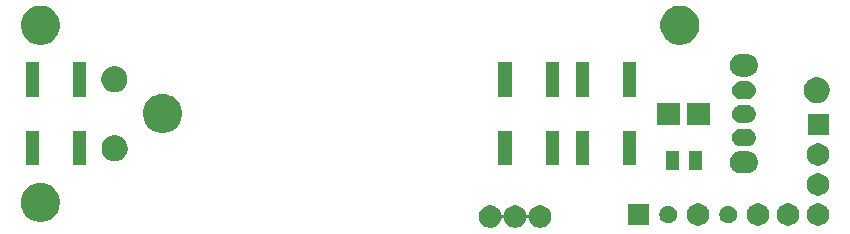
<source format=gbr>
G04 #@! TF.GenerationSoftware,KiCad,Pcbnew,5.1.0-unknown-ff73f69~82~ubuntu18.04.1*
G04 #@! TF.CreationDate,2019-03-26T22:56:15+01:00*
G04 #@! TF.ProjectId,ATI DNA-C PCB Smart PWM v3,41544920-444e-4412-9d43-205043422053,rev?*
G04 #@! TF.SameCoordinates,Original*
G04 #@! TF.FileFunction,Soldermask,Top*
G04 #@! TF.FilePolarity,Negative*
%FSLAX46Y46*%
G04 Gerber Fmt 4.6, Leading zero omitted, Abs format (unit mm)*
G04 Created by KiCad (PCBNEW 5.1.0-unknown-ff73f69~82~ubuntu18.04.1) date 2019-03-26 22:56:15*
%MOMM*%
%LPD*%
G04 APERTURE LIST*
%ADD10C,0.100000*%
G04 APERTURE END LIST*
D10*
G36*
X176480000Y-97388000D02*
G01*
X176362000Y-97397000D01*
X176248000Y-97425000D01*
X176139000Y-97470000D01*
X176038000Y-97532000D01*
X175948000Y-97608000D01*
X175872000Y-97698000D01*
X175810000Y-97799000D01*
X175765000Y-97908000D01*
X175737000Y-98022000D01*
X175728000Y-98140000D01*
X175737000Y-98258000D01*
X175765000Y-98372000D01*
X175810000Y-98481000D01*
X175872000Y-98582000D01*
X175948000Y-98672000D01*
X176038000Y-98748000D01*
X176139000Y-98810000D01*
X176248000Y-98855000D01*
X176362000Y-98883000D01*
X176480000Y-98892000D01*
X176980000Y-98892000D01*
X177098000Y-98883000D01*
X177212000Y-98855000D01*
X177321000Y-98810000D01*
X177422000Y-98748000D01*
X177512000Y-98672000D01*
X177588000Y-98582000D01*
X177650000Y-98481000D01*
X177695000Y-98372000D01*
X177723000Y-98258000D01*
X177732000Y-98140000D01*
X177723000Y-98022000D01*
X177695000Y-97908000D01*
X177650000Y-97799000D01*
X177588000Y-97698000D01*
X177512000Y-97608000D01*
X177422000Y-97532000D01*
X177321000Y-97470000D01*
X177212000Y-97425000D01*
X177098000Y-97397000D01*
X176980000Y-97388000D01*
X176480000Y-97388000D01*
G37*
G36*
X176480000Y-99388000D02*
G01*
X176362000Y-99397000D01*
X176248000Y-99425000D01*
X176139000Y-99470000D01*
X176038000Y-99532000D01*
X175948000Y-99608000D01*
X175872000Y-99698000D01*
X175810000Y-99799000D01*
X175765000Y-99908000D01*
X175737000Y-100022000D01*
X175728000Y-100140000D01*
X175737000Y-100258000D01*
X175765000Y-100372000D01*
X175810000Y-100481000D01*
X175872000Y-100582000D01*
X175948000Y-100672000D01*
X176038000Y-100748000D01*
X176139000Y-100810000D01*
X176248000Y-100855000D01*
X176362000Y-100883000D01*
X176480000Y-100892000D01*
X176980000Y-100892000D01*
X177098000Y-100883000D01*
X177212000Y-100855000D01*
X177321000Y-100810000D01*
X177422000Y-100748000D01*
X177512000Y-100672000D01*
X177588000Y-100582000D01*
X177650000Y-100481000D01*
X177695000Y-100372000D01*
X177723000Y-100258000D01*
X177732000Y-100140000D01*
X177723000Y-100022000D01*
X177695000Y-99908000D01*
X177650000Y-99799000D01*
X177588000Y-99698000D01*
X177512000Y-99608000D01*
X177422000Y-99532000D01*
X177321000Y-99470000D01*
X177212000Y-99425000D01*
X177098000Y-99397000D01*
X176980000Y-99388000D01*
X176480000Y-99388000D01*
G37*
G36*
X176480000Y-101388000D02*
G01*
X176362000Y-101397000D01*
X176248000Y-101425000D01*
X176139000Y-101470000D01*
X176038000Y-101532000D01*
X175948000Y-101608000D01*
X175872000Y-101698000D01*
X175810000Y-101799000D01*
X175765000Y-101908000D01*
X175737000Y-102022000D01*
X175728000Y-102140000D01*
X175737000Y-102258000D01*
X175765000Y-102372000D01*
X175810000Y-102481000D01*
X175872000Y-102582000D01*
X175948000Y-102672000D01*
X176038000Y-102748000D01*
X176139000Y-102810000D01*
X176248000Y-102855000D01*
X176362000Y-102883000D01*
X176480000Y-102892000D01*
X176980000Y-102892000D01*
X177098000Y-102883000D01*
X177212000Y-102855000D01*
X177321000Y-102810000D01*
X177422000Y-102748000D01*
X177512000Y-102672000D01*
X177588000Y-102582000D01*
X177650000Y-102481000D01*
X177695000Y-102372000D01*
X177723000Y-102258000D01*
X177732000Y-102140000D01*
X177723000Y-102022000D01*
X177695000Y-101908000D01*
X177650000Y-101799000D01*
X177588000Y-101698000D01*
X177512000Y-101608000D01*
X177422000Y-101532000D01*
X177321000Y-101470000D01*
X177212000Y-101425000D01*
X177098000Y-101397000D01*
X176980000Y-101388000D01*
X176480000Y-101388000D01*
G37*
G36*
X176480000Y-95088000D02*
G01*
X176331000Y-95100000D01*
X176186000Y-95135000D01*
X176048000Y-95192000D01*
X175920000Y-95270000D01*
X175807000Y-95367000D01*
X175710000Y-95480000D01*
X175632000Y-95608000D01*
X175575000Y-95746000D01*
X175540000Y-95891000D01*
X175528000Y-96040000D01*
X175540000Y-96189000D01*
X175575000Y-96334000D01*
X175632000Y-96472000D01*
X175710000Y-96600000D01*
X175807000Y-96713000D01*
X175920000Y-96810000D01*
X176048000Y-96888000D01*
X176186000Y-96945000D01*
X176331000Y-96980000D01*
X176480000Y-96992000D01*
X176980000Y-96992000D01*
X177129000Y-96980000D01*
X177274000Y-96945000D01*
X177412000Y-96888000D01*
X177540000Y-96810000D01*
X177653000Y-96713000D01*
X177750000Y-96600000D01*
X177828000Y-96472000D01*
X177885000Y-96334000D01*
X177920000Y-96189000D01*
X177932000Y-96040000D01*
X177920000Y-95891000D01*
X177885000Y-95746000D01*
X177828000Y-95608000D01*
X177750000Y-95480000D01*
X177653000Y-95367000D01*
X177540000Y-95270000D01*
X177412000Y-95192000D01*
X177274000Y-95135000D01*
X177129000Y-95100000D01*
X176980000Y-95088000D01*
X176480000Y-95088000D01*
G37*
G36*
X176480000Y-103288000D02*
G01*
X176331000Y-103300000D01*
X176186000Y-103335000D01*
X176048000Y-103392000D01*
X175920000Y-103470000D01*
X175807000Y-103567000D01*
X175710000Y-103680000D01*
X175632000Y-103808000D01*
X175575000Y-103946000D01*
X175540000Y-104091000D01*
X175528000Y-104240000D01*
X175540000Y-104389000D01*
X175575000Y-104534000D01*
X175632000Y-104672000D01*
X175710000Y-104800000D01*
X175807000Y-104913000D01*
X175920000Y-105010000D01*
X176048000Y-105088000D01*
X176186000Y-105145000D01*
X176331000Y-105180000D01*
X176480000Y-105192000D01*
X176980000Y-105192000D01*
X177129000Y-105180000D01*
X177274000Y-105145000D01*
X177412000Y-105088000D01*
X177540000Y-105010000D01*
X177653000Y-104913000D01*
X177750000Y-104800000D01*
X177828000Y-104672000D01*
X177885000Y-104534000D01*
X177920000Y-104389000D01*
X177932000Y-104240000D01*
X177920000Y-104091000D01*
X177885000Y-103946000D01*
X177828000Y-103808000D01*
X177750000Y-103680000D01*
X177653000Y-103567000D01*
X177540000Y-103470000D01*
X177412000Y-103392000D01*
X177274000Y-103335000D01*
X177129000Y-103300000D01*
X176980000Y-103288000D01*
X176480000Y-103288000D01*
G37*
G36*
X155539570Y-107928969D02*
G01*
X155712753Y-108000704D01*
X155868607Y-108104842D01*
X156001158Y-108237393D01*
X156105296Y-108393247D01*
X156177031Y-108566430D01*
X156189403Y-108628628D01*
X156196516Y-108652077D01*
X156208067Y-108673688D01*
X156223612Y-108692630D01*
X156242554Y-108708175D01*
X156264165Y-108719726D01*
X156287614Y-108726839D01*
X156312000Y-108729241D01*
X156336386Y-108726839D01*
X156359835Y-108719726D01*
X156381446Y-108708175D01*
X156400388Y-108692630D01*
X156415933Y-108673688D01*
X156427484Y-108652077D01*
X156434597Y-108628628D01*
X156446969Y-108566430D01*
X156518704Y-108393247D01*
X156622842Y-108237393D01*
X156755393Y-108104842D01*
X156911247Y-108000704D01*
X157084430Y-107928969D01*
X157268274Y-107892400D01*
X157455726Y-107892400D01*
X157639570Y-107928969D01*
X157812753Y-108000704D01*
X157968607Y-108104842D01*
X158101158Y-108237393D01*
X158205296Y-108393247D01*
X158277031Y-108566430D01*
X158289403Y-108628628D01*
X158296516Y-108652077D01*
X158308067Y-108673688D01*
X158323612Y-108692630D01*
X158342554Y-108708175D01*
X158364165Y-108719726D01*
X158387614Y-108726839D01*
X158412000Y-108729241D01*
X158436386Y-108726839D01*
X158459835Y-108719726D01*
X158481446Y-108708175D01*
X158500388Y-108692630D01*
X158515933Y-108673688D01*
X158527484Y-108652077D01*
X158534597Y-108628628D01*
X158546969Y-108566430D01*
X158618704Y-108393247D01*
X158722842Y-108237393D01*
X158855393Y-108104842D01*
X159011247Y-108000704D01*
X159184430Y-107928969D01*
X159368274Y-107892400D01*
X159555726Y-107892400D01*
X159739570Y-107928969D01*
X159912753Y-108000704D01*
X160068607Y-108104842D01*
X160201158Y-108237393D01*
X160305296Y-108393247D01*
X160377031Y-108566430D01*
X160413600Y-108750274D01*
X160413600Y-108937726D01*
X160377031Y-109121570D01*
X160305296Y-109294753D01*
X160201158Y-109450607D01*
X160068607Y-109583158D01*
X159912753Y-109687296D01*
X159739570Y-109759031D01*
X159555726Y-109795600D01*
X159368274Y-109795600D01*
X159184430Y-109759031D01*
X159011247Y-109687296D01*
X158855393Y-109583158D01*
X158722842Y-109450607D01*
X158618704Y-109294753D01*
X158546969Y-109121570D01*
X158534597Y-109059372D01*
X158527484Y-109035923D01*
X158515933Y-109014312D01*
X158500388Y-108995370D01*
X158481446Y-108979825D01*
X158459835Y-108968274D01*
X158436386Y-108961161D01*
X158412000Y-108958759D01*
X158387614Y-108961161D01*
X158364165Y-108968274D01*
X158342554Y-108979825D01*
X158323612Y-108995370D01*
X158308067Y-109014312D01*
X158296516Y-109035923D01*
X158289403Y-109059372D01*
X158277031Y-109121570D01*
X158205296Y-109294753D01*
X158101158Y-109450607D01*
X157968607Y-109583158D01*
X157812753Y-109687296D01*
X157639570Y-109759031D01*
X157455726Y-109795600D01*
X157268274Y-109795600D01*
X157084430Y-109759031D01*
X156911247Y-109687296D01*
X156755393Y-109583158D01*
X156622842Y-109450607D01*
X156518704Y-109294753D01*
X156446969Y-109121570D01*
X156434597Y-109059372D01*
X156427484Y-109035923D01*
X156415933Y-109014312D01*
X156400388Y-108995370D01*
X156381446Y-108979825D01*
X156359835Y-108968274D01*
X156336386Y-108961161D01*
X156312000Y-108958759D01*
X156287614Y-108961161D01*
X156264165Y-108968274D01*
X156242554Y-108979825D01*
X156223612Y-108995370D01*
X156208067Y-109014312D01*
X156196516Y-109035923D01*
X156189403Y-109059372D01*
X156177031Y-109121570D01*
X156105296Y-109294753D01*
X156001158Y-109450607D01*
X155868607Y-109583158D01*
X155712753Y-109687296D01*
X155539570Y-109759031D01*
X155355726Y-109795600D01*
X155168274Y-109795600D01*
X154984430Y-109759031D01*
X154811247Y-109687296D01*
X154655393Y-109583158D01*
X154522842Y-109450607D01*
X154418704Y-109294753D01*
X154346969Y-109121570D01*
X154310400Y-108937726D01*
X154310400Y-108750274D01*
X154346969Y-108566430D01*
X154418704Y-108393247D01*
X154522842Y-108237393D01*
X154655393Y-108104842D01*
X154811247Y-108000704D01*
X154984430Y-107928969D01*
X155168274Y-107892400D01*
X155355726Y-107892400D01*
X155539570Y-107928969D01*
X155539570Y-107928969D01*
G37*
G36*
X183300395Y-107753546D02*
G01*
X183473466Y-107825234D01*
X183473467Y-107825235D01*
X183629227Y-107929310D01*
X183761690Y-108061773D01*
X183790469Y-108104844D01*
X183865766Y-108217534D01*
X183937454Y-108390605D01*
X183974000Y-108574333D01*
X183974000Y-108761667D01*
X183937454Y-108945395D01*
X183865766Y-109118466D01*
X183846877Y-109146735D01*
X183761690Y-109274227D01*
X183629227Y-109406690D01*
X183563500Y-109450607D01*
X183473466Y-109510766D01*
X183300395Y-109582454D01*
X183116667Y-109619000D01*
X182929333Y-109619000D01*
X182745605Y-109582454D01*
X182572534Y-109510766D01*
X182482500Y-109450607D01*
X182416773Y-109406690D01*
X182284310Y-109274227D01*
X182199123Y-109146735D01*
X182180234Y-109118466D01*
X182108546Y-108945395D01*
X182072000Y-108761667D01*
X182072000Y-108574333D01*
X182108546Y-108390605D01*
X182180234Y-108217534D01*
X182255531Y-108104844D01*
X182284310Y-108061773D01*
X182416773Y-107929310D01*
X182572533Y-107825235D01*
X182572534Y-107825234D01*
X182745605Y-107753546D01*
X182929333Y-107717000D01*
X183116667Y-107717000D01*
X183300395Y-107753546D01*
X183300395Y-107753546D01*
G37*
G36*
X178220395Y-107753546D02*
G01*
X178393466Y-107825234D01*
X178393467Y-107825235D01*
X178549227Y-107929310D01*
X178681690Y-108061773D01*
X178710469Y-108104844D01*
X178785766Y-108217534D01*
X178857454Y-108390605D01*
X178894000Y-108574333D01*
X178894000Y-108761667D01*
X178857454Y-108945395D01*
X178785766Y-109118466D01*
X178766877Y-109146735D01*
X178681690Y-109274227D01*
X178549227Y-109406690D01*
X178483500Y-109450607D01*
X178393466Y-109510766D01*
X178220395Y-109582454D01*
X178036667Y-109619000D01*
X177849333Y-109619000D01*
X177665605Y-109582454D01*
X177492534Y-109510766D01*
X177402500Y-109450607D01*
X177336773Y-109406690D01*
X177204310Y-109274227D01*
X177119123Y-109146735D01*
X177100234Y-109118466D01*
X177028546Y-108945395D01*
X176992000Y-108761667D01*
X176992000Y-108574333D01*
X177028546Y-108390605D01*
X177100234Y-108217534D01*
X177175531Y-108104844D01*
X177204310Y-108061773D01*
X177336773Y-107929310D01*
X177492533Y-107825235D01*
X177492534Y-107825234D01*
X177665605Y-107753546D01*
X177849333Y-107717000D01*
X178036667Y-107717000D01*
X178220395Y-107753546D01*
X178220395Y-107753546D01*
G37*
G36*
X180760395Y-107753546D02*
G01*
X180933466Y-107825234D01*
X180933467Y-107825235D01*
X181089227Y-107929310D01*
X181221690Y-108061773D01*
X181250469Y-108104844D01*
X181325766Y-108217534D01*
X181397454Y-108390605D01*
X181434000Y-108574333D01*
X181434000Y-108761667D01*
X181397454Y-108945395D01*
X181325766Y-109118466D01*
X181306877Y-109146735D01*
X181221690Y-109274227D01*
X181089227Y-109406690D01*
X181023500Y-109450607D01*
X180933466Y-109510766D01*
X180760395Y-109582454D01*
X180576667Y-109619000D01*
X180389333Y-109619000D01*
X180205605Y-109582454D01*
X180032534Y-109510766D01*
X179942500Y-109450607D01*
X179876773Y-109406690D01*
X179744310Y-109274227D01*
X179659123Y-109146735D01*
X179640234Y-109118466D01*
X179568546Y-108945395D01*
X179532000Y-108761667D01*
X179532000Y-108574333D01*
X179568546Y-108390605D01*
X179640234Y-108217534D01*
X179715531Y-108104844D01*
X179744310Y-108061773D01*
X179876773Y-107929310D01*
X180032533Y-107825235D01*
X180032534Y-107825234D01*
X180205605Y-107753546D01*
X180389333Y-107717000D01*
X180576667Y-107717000D01*
X180760395Y-107753546D01*
X180760395Y-107753546D01*
G37*
G36*
X173140395Y-107753546D02*
G01*
X173313466Y-107825234D01*
X173313467Y-107825235D01*
X173469227Y-107929310D01*
X173601690Y-108061773D01*
X173630469Y-108104844D01*
X173705766Y-108217534D01*
X173777454Y-108390605D01*
X173814000Y-108574333D01*
X173814000Y-108761667D01*
X173777454Y-108945395D01*
X173705766Y-109118466D01*
X173686877Y-109146735D01*
X173601690Y-109274227D01*
X173469227Y-109406690D01*
X173403500Y-109450607D01*
X173313466Y-109510766D01*
X173140395Y-109582454D01*
X172956667Y-109619000D01*
X172769333Y-109619000D01*
X172585605Y-109582454D01*
X172412534Y-109510766D01*
X172322500Y-109450607D01*
X172256773Y-109406690D01*
X172124310Y-109274227D01*
X172039123Y-109146735D01*
X172020234Y-109118466D01*
X171948546Y-108945395D01*
X171912000Y-108761667D01*
X171912000Y-108574333D01*
X171948546Y-108390605D01*
X172020234Y-108217534D01*
X172095531Y-108104844D01*
X172124310Y-108061773D01*
X172256773Y-107929310D01*
X172412533Y-107825235D01*
X172412534Y-107825234D01*
X172585605Y-107753546D01*
X172769333Y-107717000D01*
X172956667Y-107717000D01*
X173140395Y-107753546D01*
X173140395Y-107753546D01*
G37*
G36*
X168684000Y-109569000D02*
G01*
X166882000Y-109569000D01*
X166882000Y-107767000D01*
X168684000Y-107767000D01*
X168684000Y-109569000D01*
X168684000Y-109569000D01*
G37*
G36*
X175622059Y-107945860D02*
G01*
X175754462Y-108000703D01*
X175758732Y-108002472D01*
X175881735Y-108084660D01*
X175986340Y-108189265D01*
X176068528Y-108312268D01*
X176125140Y-108448941D01*
X176154000Y-108594033D01*
X176154000Y-108741967D01*
X176125140Y-108887059D01*
X176068528Y-109023732D01*
X175986340Y-109146735D01*
X175881735Y-109251340D01*
X175758732Y-109333528D01*
X175758731Y-109333529D01*
X175758730Y-109333529D01*
X175622059Y-109390140D01*
X175476968Y-109419000D01*
X175329032Y-109419000D01*
X175183941Y-109390140D01*
X175047270Y-109333529D01*
X175047269Y-109333529D01*
X175047268Y-109333528D01*
X174924265Y-109251340D01*
X174819660Y-109146735D01*
X174737472Y-109023732D01*
X174680860Y-108887059D01*
X174652000Y-108741967D01*
X174652000Y-108594033D01*
X174680860Y-108448941D01*
X174737472Y-108312268D01*
X174819660Y-108189265D01*
X174924265Y-108084660D01*
X175047268Y-108002472D01*
X175051539Y-108000703D01*
X175183941Y-107945860D01*
X175329032Y-107917000D01*
X175476968Y-107917000D01*
X175622059Y-107945860D01*
X175622059Y-107945860D01*
G37*
G36*
X170542059Y-107945860D02*
G01*
X170674462Y-108000703D01*
X170678732Y-108002472D01*
X170801735Y-108084660D01*
X170906340Y-108189265D01*
X170988528Y-108312268D01*
X171045140Y-108448941D01*
X171074000Y-108594033D01*
X171074000Y-108741967D01*
X171045140Y-108887059D01*
X170988528Y-109023732D01*
X170906340Y-109146735D01*
X170801735Y-109251340D01*
X170678732Y-109333528D01*
X170678731Y-109333529D01*
X170678730Y-109333529D01*
X170542059Y-109390140D01*
X170396968Y-109419000D01*
X170249032Y-109419000D01*
X170103941Y-109390140D01*
X169967270Y-109333529D01*
X169967269Y-109333529D01*
X169967268Y-109333528D01*
X169844265Y-109251340D01*
X169739660Y-109146735D01*
X169657472Y-109023732D01*
X169600860Y-108887059D01*
X169572000Y-108741967D01*
X169572000Y-108594033D01*
X169600860Y-108448941D01*
X169657472Y-108312268D01*
X169739660Y-108189265D01*
X169844265Y-108084660D01*
X169967268Y-108002472D01*
X169971539Y-108000703D01*
X170103941Y-107945860D01*
X170249032Y-107917000D01*
X170396968Y-107917000D01*
X170542059Y-107945860D01*
X170542059Y-107945860D01*
G37*
G36*
X117539404Y-106034333D02*
G01*
X117650579Y-106056447D01*
X117951042Y-106180903D01*
X118221451Y-106361585D01*
X118451415Y-106591549D01*
X118632097Y-106861958D01*
X118632098Y-106861960D01*
X118668550Y-106949963D01*
X118706861Y-107042453D01*
X118756553Y-107162422D01*
X118820000Y-107481389D01*
X118820000Y-107806611D01*
X118777702Y-108019256D01*
X118756553Y-108125579D01*
X118632097Y-108426042D01*
X118451415Y-108696451D01*
X118221451Y-108926415D01*
X117951042Y-109107097D01*
X117951041Y-109107098D01*
X117951040Y-109107098D01*
X117916101Y-109121570D01*
X117650579Y-109231553D01*
X117551103Y-109251340D01*
X117331611Y-109295000D01*
X117006389Y-109295000D01*
X116786897Y-109251340D01*
X116687421Y-109231553D01*
X116421899Y-109121570D01*
X116386960Y-109107098D01*
X116386959Y-109107098D01*
X116386958Y-109107097D01*
X116116549Y-108926415D01*
X115886585Y-108696451D01*
X115705903Y-108426042D01*
X115581447Y-108125579D01*
X115560298Y-108019256D01*
X115518000Y-107806611D01*
X115518000Y-107481389D01*
X115581447Y-107162422D01*
X115631140Y-107042453D01*
X115669450Y-106949963D01*
X115705902Y-106861960D01*
X115705903Y-106861958D01*
X115886585Y-106591549D01*
X116116549Y-106361585D01*
X116386958Y-106180903D01*
X116687421Y-106056447D01*
X116798596Y-106034333D01*
X117006389Y-105993000D01*
X117331611Y-105993000D01*
X117539404Y-106034333D01*
X117539404Y-106034333D01*
G37*
G36*
X183300395Y-105213546D02*
G01*
X183473466Y-105285234D01*
X183473467Y-105285235D01*
X183629227Y-105389310D01*
X183761690Y-105521773D01*
X183761691Y-105521775D01*
X183865766Y-105677534D01*
X183937454Y-105850605D01*
X183974000Y-106034333D01*
X183974000Y-106221667D01*
X183937454Y-106405395D01*
X183865766Y-106578466D01*
X183865765Y-106578467D01*
X183761690Y-106734227D01*
X183629227Y-106866690D01*
X183550818Y-106919081D01*
X183473466Y-106970766D01*
X183300395Y-107042454D01*
X183116667Y-107079000D01*
X182929333Y-107079000D01*
X182745605Y-107042454D01*
X182572534Y-106970766D01*
X182495182Y-106919081D01*
X182416773Y-106866690D01*
X182284310Y-106734227D01*
X182180235Y-106578467D01*
X182180234Y-106578466D01*
X182108546Y-106405395D01*
X182072000Y-106221667D01*
X182072000Y-106034333D01*
X182108546Y-105850605D01*
X182180234Y-105677534D01*
X182284309Y-105521775D01*
X182284310Y-105521773D01*
X182416773Y-105389310D01*
X182572533Y-105285235D01*
X182572534Y-105285234D01*
X182745605Y-105213546D01*
X182929333Y-105177000D01*
X183116667Y-105177000D01*
X183300395Y-105213546D01*
X183300395Y-105213546D01*
G37*
G36*
X177007570Y-103324969D02*
G01*
X177180753Y-103396704D01*
X177336607Y-103500842D01*
X177469158Y-103633393D01*
X177573296Y-103789247D01*
X177645031Y-103962430D01*
X177681600Y-104146274D01*
X177681600Y-104333726D01*
X177645031Y-104517570D01*
X177573296Y-104690753D01*
X177469158Y-104846607D01*
X177336607Y-104979158D01*
X177180753Y-105083296D01*
X177007570Y-105155031D01*
X176823726Y-105191600D01*
X176636274Y-105191600D01*
X176452430Y-105155031D01*
X176279247Y-105083296D01*
X176123393Y-104979158D01*
X175990842Y-104846607D01*
X175886704Y-104690753D01*
X175814969Y-104517570D01*
X175778400Y-104333726D01*
X175778400Y-104146274D01*
X175814969Y-103962430D01*
X175886704Y-103789247D01*
X175990842Y-103633393D01*
X176123393Y-103500842D01*
X176279247Y-103396704D01*
X176452430Y-103324969D01*
X176636274Y-103288400D01*
X176823726Y-103288400D01*
X177007570Y-103324969D01*
X177007570Y-103324969D01*
G37*
G36*
X173150000Y-104912000D02*
G01*
X172078000Y-104912000D01*
X172078000Y-103310000D01*
X173150000Y-103310000D01*
X173150000Y-104912000D01*
X173150000Y-104912000D01*
G37*
G36*
X171240000Y-104912000D02*
G01*
X170168000Y-104912000D01*
X170168000Y-103310000D01*
X171240000Y-103310000D01*
X171240000Y-104912000D01*
X171240000Y-104912000D01*
G37*
G36*
X183300395Y-102673546D02*
G01*
X183473466Y-102745234D01*
X183473467Y-102745235D01*
X183629227Y-102849310D01*
X183761690Y-102981773D01*
X183761691Y-102981775D01*
X183865766Y-103137534D01*
X183937454Y-103310605D01*
X183974000Y-103494333D01*
X183974000Y-103681667D01*
X183937454Y-103865395D01*
X183865766Y-104038466D01*
X183864590Y-104040226D01*
X183761690Y-104194227D01*
X183629227Y-104326690D01*
X183550818Y-104379081D01*
X183473466Y-104430766D01*
X183300395Y-104502454D01*
X183116667Y-104539000D01*
X182929333Y-104539000D01*
X182745605Y-104502454D01*
X182572534Y-104430766D01*
X182495182Y-104379081D01*
X182416773Y-104326690D01*
X182284310Y-104194227D01*
X182181410Y-104040226D01*
X182180234Y-104038466D01*
X182108546Y-103865395D01*
X182072000Y-103681667D01*
X182072000Y-103494333D01*
X182108546Y-103310605D01*
X182180234Y-103137534D01*
X182284309Y-102981775D01*
X182284310Y-102981773D01*
X182416773Y-102849310D01*
X182572533Y-102745235D01*
X182572534Y-102745234D01*
X182745605Y-102673546D01*
X182929333Y-102637000D01*
X183116667Y-102637000D01*
X183300395Y-102673546D01*
X183300395Y-102673546D01*
G37*
G36*
X163613000Y-104495000D02*
G01*
X162511000Y-104495000D01*
X162511000Y-101593000D01*
X163613000Y-101593000D01*
X163613000Y-104495000D01*
X163613000Y-104495000D01*
G37*
G36*
X167613000Y-104495000D02*
G01*
X166511000Y-104495000D01*
X166511000Y-101593000D01*
X167613000Y-101593000D01*
X167613000Y-104495000D01*
X167613000Y-104495000D01*
G37*
G36*
X157061000Y-104495000D02*
G01*
X155959000Y-104495000D01*
X155959000Y-101593000D01*
X157061000Y-101593000D01*
X157061000Y-104495000D01*
X157061000Y-104495000D01*
G37*
G36*
X117074000Y-104495000D02*
G01*
X115972000Y-104495000D01*
X115972000Y-101593000D01*
X117074000Y-101593000D01*
X117074000Y-104495000D01*
X117074000Y-104495000D01*
G37*
G36*
X161061000Y-104495000D02*
G01*
X159959000Y-104495000D01*
X159959000Y-101593000D01*
X161061000Y-101593000D01*
X161061000Y-104495000D01*
X161061000Y-104495000D01*
G37*
G36*
X121074000Y-104495000D02*
G01*
X119972000Y-104495000D01*
X119972000Y-101593000D01*
X121074000Y-101593000D01*
X121074000Y-104495000D01*
X121074000Y-104495000D01*
G37*
G36*
X123771325Y-102004734D02*
G01*
X123854365Y-102039130D01*
X123971802Y-102087774D01*
X124152228Y-102208331D01*
X124305669Y-102361772D01*
X124426226Y-102542198D01*
X124509266Y-102742676D01*
X124533144Y-102862715D01*
X124551600Y-102955502D01*
X124551600Y-103172498D01*
X124509266Y-103385325D01*
X124474870Y-103468365D01*
X124426226Y-103585802D01*
X124305669Y-103766228D01*
X124152228Y-103919669D01*
X123971802Y-104040226D01*
X123854365Y-104088870D01*
X123771325Y-104123266D01*
X123664911Y-104144433D01*
X123558499Y-104165600D01*
X123341501Y-104165600D01*
X123235089Y-104144433D01*
X123128675Y-104123266D01*
X123045635Y-104088870D01*
X122928198Y-104040226D01*
X122747772Y-103919669D01*
X122594331Y-103766228D01*
X122473774Y-103585802D01*
X122425130Y-103468365D01*
X122390734Y-103385325D01*
X122348400Y-103172498D01*
X122348400Y-102955502D01*
X122366857Y-102862715D01*
X122390734Y-102742676D01*
X122473774Y-102542198D01*
X122594331Y-102361772D01*
X122747772Y-102208331D01*
X122928198Y-102087774D01*
X123045635Y-102039130D01*
X123128675Y-102004734D01*
X123341501Y-101962400D01*
X123558499Y-101962400D01*
X123771325Y-102004734D01*
X123771325Y-102004734D01*
G37*
G36*
X176949234Y-101417283D02*
G01*
X177086016Y-101473940D01*
X177209117Y-101556194D01*
X177313806Y-101660883D01*
X177396060Y-101783984D01*
X177452717Y-101920766D01*
X177481600Y-102065974D01*
X177481600Y-102214026D01*
X177452717Y-102359234D01*
X177396060Y-102496016D01*
X177313806Y-102619117D01*
X177209117Y-102723806D01*
X177086016Y-102806060D01*
X176949234Y-102862717D01*
X176804026Y-102891600D01*
X176655974Y-102891600D01*
X176510766Y-102862717D01*
X176373984Y-102806060D01*
X176250883Y-102723806D01*
X176146194Y-102619117D01*
X176063940Y-102496016D01*
X176007283Y-102359234D01*
X175978400Y-102214026D01*
X175978400Y-102065974D01*
X176007283Y-101920766D01*
X176063940Y-101783984D01*
X176146194Y-101660883D01*
X176250883Y-101556194D01*
X176373984Y-101473940D01*
X176510766Y-101417283D01*
X176655974Y-101388400D01*
X176804026Y-101388400D01*
X176949234Y-101417283D01*
X176949234Y-101417283D01*
G37*
G36*
X183924000Y-101949000D02*
G01*
X182122000Y-101949000D01*
X182122000Y-100147000D01*
X183924000Y-100147000D01*
X183924000Y-101949000D01*
X183924000Y-101949000D01*
G37*
G36*
X127890256Y-98506298D02*
G01*
X127996579Y-98527447D01*
X128209037Y-98615450D01*
X128296799Y-98651802D01*
X128297042Y-98651903D01*
X128567451Y-98832585D01*
X128797415Y-99062549D01*
X128978097Y-99332958D01*
X129102553Y-99633421D01*
X129108016Y-99660884D01*
X129159710Y-99920766D01*
X129166000Y-99952391D01*
X129166000Y-100277609D01*
X129102553Y-100596579D01*
X128978097Y-100897042D01*
X128797415Y-101167451D01*
X128567451Y-101397415D01*
X128297042Y-101578097D01*
X127996579Y-101702553D01*
X127890256Y-101723702D01*
X127677611Y-101766000D01*
X127352389Y-101766000D01*
X127139744Y-101723702D01*
X127033421Y-101702553D01*
X126732958Y-101578097D01*
X126462549Y-101397415D01*
X126232585Y-101167451D01*
X126051903Y-100897042D01*
X125927447Y-100596579D01*
X125864000Y-100277609D01*
X125864000Y-99952391D01*
X125870291Y-99920766D01*
X125921984Y-99660884D01*
X125927447Y-99633421D01*
X126051903Y-99332958D01*
X126232585Y-99062549D01*
X126462549Y-98832585D01*
X126732958Y-98651903D01*
X126733202Y-98651802D01*
X126820963Y-98615450D01*
X127033421Y-98527447D01*
X127139744Y-98506298D01*
X127352389Y-98464000D01*
X127677611Y-98464000D01*
X127890256Y-98506298D01*
X127890256Y-98506298D01*
G37*
G36*
X171291000Y-101095000D02*
G01*
X169389000Y-101095000D01*
X169389000Y-99193000D01*
X171291000Y-99193000D01*
X171291000Y-101095000D01*
X171291000Y-101095000D01*
G37*
G36*
X173831000Y-101095000D02*
G01*
X171929000Y-101095000D01*
X171929000Y-99193000D01*
X173831000Y-99193000D01*
X173831000Y-101095000D01*
X173831000Y-101095000D01*
G37*
G36*
X176949234Y-99417283D02*
G01*
X177086016Y-99473940D01*
X177209117Y-99556194D01*
X177313806Y-99660883D01*
X177396060Y-99783984D01*
X177452717Y-99920766D01*
X177481600Y-100065974D01*
X177481600Y-100214026D01*
X177452717Y-100359234D01*
X177396060Y-100496016D01*
X177313806Y-100619117D01*
X177209117Y-100723806D01*
X177086016Y-100806060D01*
X176949234Y-100862717D01*
X176804026Y-100891600D01*
X176655974Y-100891600D01*
X176510766Y-100862717D01*
X176373984Y-100806060D01*
X176250883Y-100723806D01*
X176146194Y-100619117D01*
X176063940Y-100496016D01*
X176007283Y-100359234D01*
X175978400Y-100214026D01*
X175978400Y-100065974D01*
X176007283Y-99920766D01*
X176063940Y-99783984D01*
X176146194Y-99660883D01*
X176250883Y-99556194D01*
X176373984Y-99473940D01*
X176510766Y-99417283D01*
X176655974Y-99388400D01*
X176804026Y-99388400D01*
X176949234Y-99417283D01*
X176949234Y-99417283D01*
G37*
G36*
X183112911Y-97049567D02*
G01*
X183219325Y-97070734D01*
X183276703Y-97094501D01*
X183419802Y-97153774D01*
X183600228Y-97274331D01*
X183753669Y-97427772D01*
X183874226Y-97608198D01*
X183896049Y-97660884D01*
X183947039Y-97783984D01*
X183957266Y-97808676D01*
X183999600Y-98021501D01*
X183999600Y-98238499D01*
X183957266Y-98451325D01*
X183938754Y-98496016D01*
X183874226Y-98651802D01*
X183753669Y-98832228D01*
X183600228Y-98985669D01*
X183419802Y-99106226D01*
X183302365Y-99154870D01*
X183219325Y-99189266D01*
X183112911Y-99210433D01*
X183006499Y-99231600D01*
X182789501Y-99231600D01*
X182683089Y-99210433D01*
X182576675Y-99189266D01*
X182493635Y-99154870D01*
X182376198Y-99106226D01*
X182195772Y-98985669D01*
X182042331Y-98832228D01*
X181921774Y-98651802D01*
X181857246Y-98496016D01*
X181838734Y-98451325D01*
X181796400Y-98238499D01*
X181796400Y-98021501D01*
X181838734Y-97808676D01*
X181848962Y-97783984D01*
X181899951Y-97660884D01*
X181921774Y-97608198D01*
X182042331Y-97427772D01*
X182195772Y-97274331D01*
X182376198Y-97153774D01*
X182519297Y-97094501D01*
X182576675Y-97070734D01*
X182683089Y-97049567D01*
X182789501Y-97028400D01*
X183006499Y-97028400D01*
X183112911Y-97049567D01*
X183112911Y-97049567D01*
G37*
G36*
X176949234Y-97417283D02*
G01*
X177086016Y-97473940D01*
X177209117Y-97556194D01*
X177313806Y-97660883D01*
X177396060Y-97783984D01*
X177452717Y-97920766D01*
X177481600Y-98065974D01*
X177481600Y-98214026D01*
X177452717Y-98359234D01*
X177396060Y-98496016D01*
X177313806Y-98619117D01*
X177209117Y-98723806D01*
X177086016Y-98806060D01*
X176949234Y-98862717D01*
X176804026Y-98891600D01*
X176655974Y-98891600D01*
X176510766Y-98862717D01*
X176373984Y-98806060D01*
X176250883Y-98723806D01*
X176146194Y-98619117D01*
X176063940Y-98496016D01*
X176007283Y-98359234D01*
X175978400Y-98214026D01*
X175978400Y-98065974D01*
X176007283Y-97920766D01*
X176063940Y-97783984D01*
X176146194Y-97660883D01*
X176250883Y-97556194D01*
X176373984Y-97473940D01*
X176510766Y-97417283D01*
X176655974Y-97388400D01*
X176804026Y-97388400D01*
X176949234Y-97417283D01*
X176949234Y-97417283D01*
G37*
G36*
X117074000Y-98695000D02*
G01*
X115972000Y-98695000D01*
X115972000Y-95793000D01*
X117074000Y-95793000D01*
X117074000Y-98695000D01*
X117074000Y-98695000D01*
G37*
G36*
X121074000Y-98695000D02*
G01*
X119972000Y-98695000D01*
X119972000Y-95793000D01*
X121074000Y-95793000D01*
X121074000Y-98695000D01*
X121074000Y-98695000D01*
G37*
G36*
X161061000Y-98695000D02*
G01*
X159959000Y-98695000D01*
X159959000Y-95793000D01*
X161061000Y-95793000D01*
X161061000Y-98695000D01*
X161061000Y-98695000D01*
G37*
G36*
X157061000Y-98695000D02*
G01*
X155959000Y-98695000D01*
X155959000Y-95793000D01*
X157061000Y-95793000D01*
X157061000Y-98695000D01*
X157061000Y-98695000D01*
G37*
G36*
X163613000Y-98695000D02*
G01*
X162511000Y-98695000D01*
X162511000Y-95793000D01*
X163613000Y-95793000D01*
X163613000Y-98695000D01*
X163613000Y-98695000D01*
G37*
G36*
X167613000Y-98695000D02*
G01*
X166511000Y-98695000D01*
X166511000Y-95793000D01*
X167613000Y-95793000D01*
X167613000Y-98695000D01*
X167613000Y-98695000D01*
G37*
G36*
X123660911Y-96122567D02*
G01*
X123767325Y-96143734D01*
X123850365Y-96178130D01*
X123967802Y-96226774D01*
X124148228Y-96347331D01*
X124301669Y-96500772D01*
X124422226Y-96681198D01*
X124462801Y-96779156D01*
X124505266Y-96881675D01*
X124519857Y-96955030D01*
X124547600Y-97094501D01*
X124547600Y-97311499D01*
X124505266Y-97524324D01*
X124422226Y-97724802D01*
X124301669Y-97905228D01*
X124148228Y-98058669D01*
X123967802Y-98179226D01*
X123850365Y-98227870D01*
X123767325Y-98262266D01*
X123660911Y-98283433D01*
X123554499Y-98304600D01*
X123337501Y-98304600D01*
X123231089Y-98283433D01*
X123124675Y-98262266D01*
X123041635Y-98227870D01*
X122924198Y-98179226D01*
X122743772Y-98058669D01*
X122590331Y-97905228D01*
X122469774Y-97724802D01*
X122386734Y-97524324D01*
X122344400Y-97311499D01*
X122344400Y-97094501D01*
X122372143Y-96955030D01*
X122386734Y-96881675D01*
X122429199Y-96779156D01*
X122469774Y-96681198D01*
X122590331Y-96500772D01*
X122743772Y-96347331D01*
X122924198Y-96226774D01*
X123041635Y-96178130D01*
X123124675Y-96143734D01*
X123231089Y-96122567D01*
X123337501Y-96101400D01*
X123554499Y-96101400D01*
X123660911Y-96122567D01*
X123660911Y-96122567D01*
G37*
G36*
X177007570Y-95124969D02*
G01*
X177180753Y-95196704D01*
X177336607Y-95300842D01*
X177469158Y-95433393D01*
X177573296Y-95589247D01*
X177645031Y-95762430D01*
X177681600Y-95946274D01*
X177681600Y-96133726D01*
X177645031Y-96317570D01*
X177573296Y-96490753D01*
X177469158Y-96646607D01*
X177336607Y-96779158D01*
X177180753Y-96883296D01*
X177007570Y-96955031D01*
X176823726Y-96991600D01*
X176636274Y-96991600D01*
X176452430Y-96955031D01*
X176279247Y-96883296D01*
X176123393Y-96779158D01*
X175990842Y-96646607D01*
X175886704Y-96490753D01*
X175814969Y-96317570D01*
X175778400Y-96133726D01*
X175778400Y-95946274D01*
X175814969Y-95762430D01*
X175886704Y-95589247D01*
X175990842Y-95433393D01*
X176123393Y-95300842D01*
X176279247Y-95196704D01*
X176452430Y-95124969D01*
X176636274Y-95088400D01*
X176823726Y-95088400D01*
X177007570Y-95124969D01*
X177007570Y-95124969D01*
G37*
G36*
X117544256Y-91034898D02*
G01*
X117650579Y-91056047D01*
X117951042Y-91180503D01*
X118221451Y-91361185D01*
X118451415Y-91591149D01*
X118632097Y-91861558D01*
X118756553Y-92162021D01*
X118820000Y-92480991D01*
X118820000Y-92806209D01*
X118756553Y-93125179D01*
X118632097Y-93425642D01*
X118451415Y-93696051D01*
X118221451Y-93926015D01*
X117951042Y-94106697D01*
X117650579Y-94231153D01*
X117544256Y-94252302D01*
X117331611Y-94294600D01*
X117006389Y-94294600D01*
X116793744Y-94252302D01*
X116687421Y-94231153D01*
X116386958Y-94106697D01*
X116116549Y-93926015D01*
X115886585Y-93696051D01*
X115705903Y-93425642D01*
X115581447Y-93125179D01*
X115518000Y-92806209D01*
X115518000Y-92480991D01*
X115581447Y-92162021D01*
X115705903Y-91861558D01*
X115886585Y-91591149D01*
X116116549Y-91361185D01*
X116386958Y-91180503D01*
X116687421Y-91056047D01*
X116793744Y-91034898D01*
X117006389Y-90992600D01*
X117331611Y-90992600D01*
X117544256Y-91034898D01*
X117544256Y-91034898D01*
G37*
G36*
X171684256Y-91034898D02*
G01*
X171790579Y-91056047D01*
X172091042Y-91180503D01*
X172361451Y-91361185D01*
X172591415Y-91591149D01*
X172772097Y-91861558D01*
X172896553Y-92162021D01*
X172960000Y-92480991D01*
X172960000Y-92806209D01*
X172896553Y-93125179D01*
X172772097Y-93425642D01*
X172591415Y-93696051D01*
X172361451Y-93926015D01*
X172091042Y-94106697D01*
X171790579Y-94231153D01*
X171684256Y-94252302D01*
X171471611Y-94294600D01*
X171146389Y-94294600D01*
X170933744Y-94252302D01*
X170827421Y-94231153D01*
X170526958Y-94106697D01*
X170256549Y-93926015D01*
X170026585Y-93696051D01*
X169845903Y-93425642D01*
X169721447Y-93125179D01*
X169658000Y-92806209D01*
X169658000Y-92480991D01*
X169721447Y-92162021D01*
X169845903Y-91861558D01*
X170026585Y-91591149D01*
X170256549Y-91361185D01*
X170526958Y-91180503D01*
X170827421Y-91056047D01*
X170933744Y-91034898D01*
X171146389Y-90992600D01*
X171471611Y-90992600D01*
X171684256Y-91034898D01*
X171684256Y-91034898D01*
G37*
M02*

</source>
